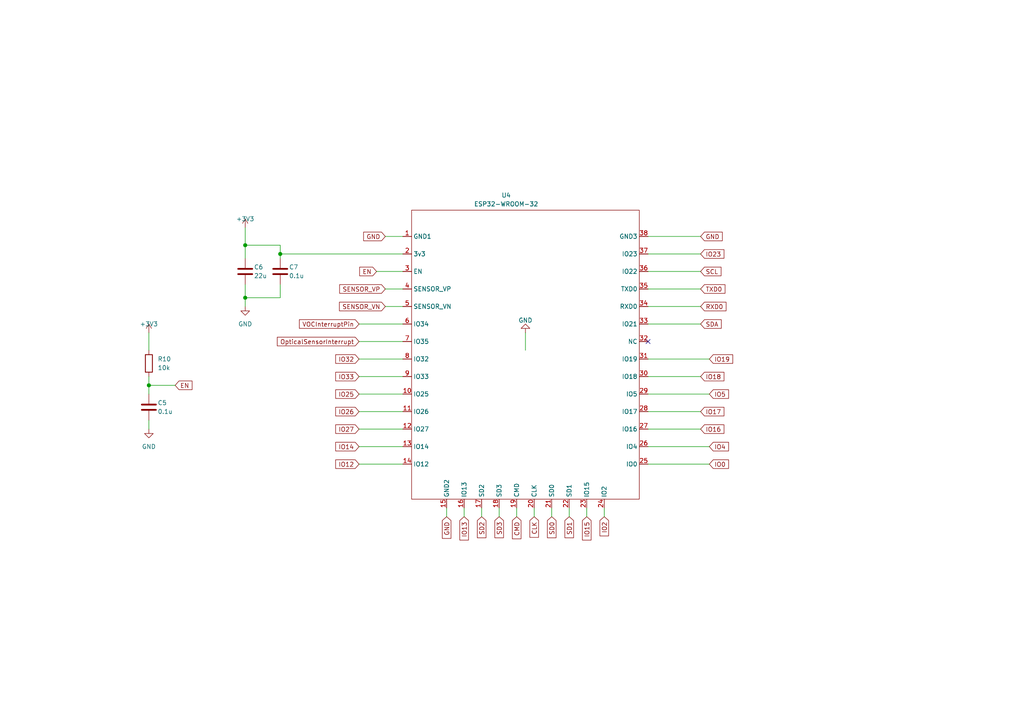
<source format=kicad_sch>
(kicad_sch (version 20210621) (generator eeschema)
  (paper "A4")
  (lib_symbols
    (symbol "Device:C" (pin_numbers hide) (pin_names (offset 0.254))
      (property "Reference" "C" (at 0.635 2.54 0))
      (property "Value" "C" (at 0.635 -2.54 0))
      (symbol "C_0_1"
        (polyline (pts (xy -2.032 -0.762) (xy 2.032 -0.762)) (stroke (width 0.508)))
        (polyline (pts (xy -2.032 0.762) (xy 2.032 0.762)) (stroke (width 0.508)))
      )
      (symbol "C_1_1"
        (pin passive line (at 0 3.81 270) (length 2.794) (name "~") (number "1"))
        (pin passive line (at 0 -3.81 90) (length 2.794) (name "~") (number "2"))
      )
    )
    (symbol "Device:R" (pin_numbers hide) (pin_names (offset 0))
      (property "Reference" "R" (at 2.032 0 90))
      (property "Value" "R" (at 0 0 90))
      (symbol "R_0_1"
        (rectangle (start -1.016 -2.54) (end 1.016 2.54) (stroke (width 0.254)))
      )
      (symbol "R_1_1"
        (pin passive line (at 0 3.81 270) (length 1.27) (name "~") (number "1"))
        (pin passive line (at 0 -3.81 90) (length 1.27) (name "~") (number "2"))
      )
    )
    (symbol "ESP32-WROOM-32:ESP32-WROOM-32"
      (property "Reference" "U4" (at -5.588 47.498 0))
      (property "Value" "ESP32-WROOM-32" (at -5.588 44.958 0))
      (symbol "ESP32-WROOM-32_0_1"
        (rectangle (start -33.02 43.18) (end 33.02 -40.64) (stroke (width 0.1524)))
      )
      (symbol "ESP32-WROOM-32_1_1"
        (pin bidirectional line (at -35.56 35.56 0) (length 2.54) (name "GND1") (number "1"))
        (pin bidirectional line (at 0 2.54 270) (length 2.54) hide (name "P_GND") (number "1.1"))
        (pin bidirectional line (at -35.56 -10.16 0) (length 2.54) (name "IO25") (number "10"))
        (pin bidirectional line (at -35.56 -15.24 0) (length 2.54) (name "IO26") (number "11"))
        (pin bidirectional line (at -35.56 -20.32 0) (length 2.54) (name "IO27") (number "12"))
        (pin bidirectional line (at -35.56 -25.4 0) (length 2.54) (name "IO14") (number "13"))
        (pin bidirectional line (at -35.56 -30.48 0) (length 2.54) (name "IO12") (number "14"))
        (pin bidirectional line (at -22.86 -43.18 90) (length 2.54) (name "GND2") (number "15"))
        (pin bidirectional line (at -17.78 -43.18 90) (length 2.54) (name "IO13") (number "16"))
        (pin bidirectional line (at -12.7 -43.18 90) (length 2.54) (name "SD2") (number "17"))
        (pin bidirectional line (at -7.62 -43.18 90) (length 2.54) (name "SD3") (number "18"))
        (pin bidirectional line (at -2.54 -43.18 90) (length 2.54) (name "CMD") (number "19"))
        (pin bidirectional line (at -35.56 30.48 0) (length 2.54) (name "3v3") (number "2"))
        (pin bidirectional line (at 2.54 -43.18 90) (length 2.54) (name "CLK") (number "20"))
        (pin bidirectional line (at 7.62 -43.18 90) (length 2.54) (name "SD0") (number "21"))
        (pin bidirectional line (at 12.7 -43.18 90) (length 2.54) (name "SD1") (number "22"))
        (pin bidirectional line (at 17.78 -43.18 90) (length 2.54) (name "IO15") (number "23"))
        (pin bidirectional line (at 22.86 -43.18 90) (length 2.54) (name "IO2") (number "24"))
        (pin bidirectional line (at 35.56 -30.48 180) (length 2.54) (name "IO0") (number "25"))
        (pin bidirectional line (at 35.56 -25.4 180) (length 2.54) (name "IO4") (number "26"))
        (pin bidirectional line (at 35.56 -20.32 180) (length 2.54) (name "IO16") (number "27"))
        (pin bidirectional line (at 35.56 -15.24 180) (length 2.54) (name "IO17") (number "28"))
        (pin bidirectional line (at 35.56 -10.16 180) (length 2.54) (name "IO5") (number "29"))
        (pin bidirectional line (at -35.56 25.4 0) (length 2.54) (name "EN") (number "3"))
        (pin bidirectional line (at 35.56 -5.08 180) (length 2.54) (name "IO18") (number "30"))
        (pin bidirectional line (at 35.56 0 180) (length 2.54) (name "IO19") (number "31"))
        (pin bidirectional line (at 35.56 5.08 180) (length 2.54) (name "NC") (number "32"))
        (pin bidirectional line (at 35.56 10.16 180) (length 2.54) (name "IO21") (number "33"))
        (pin bidirectional line (at 35.56 15.24 180) (length 2.54) (name "RXD0") (number "34"))
        (pin bidirectional line (at 35.56 20.32 180) (length 2.54) (name "TXD0") (number "35"))
        (pin bidirectional line (at 35.56 25.4 180) (length 2.54) (name "IO22") (number "36"))
        (pin bidirectional line (at 35.56 30.48 180) (length 2.54) (name "IO23") (number "37"))
        (pin bidirectional line (at 35.56 35.56 180) (length 2.54) (name "GND3") (number "38"))
        (pin bidirectional line (at -35.56 20.32 0) (length 2.54) (name "SENSOR_VP") (number "4"))
        (pin bidirectional line (at -35.56 15.24 0) (length 2.54) (name "SENSOR_VN") (number "5"))
        (pin bidirectional line (at -35.56 10.16 0) (length 2.54) (name "IO34") (number "6"))
        (pin bidirectional line (at -35.56 5.08 0) (length 2.54) (name "IO35") (number "7"))
        (pin bidirectional line (at -35.56 0 0) (length 2.54) (name "IO32") (number "8"))
        (pin bidirectional line (at -35.56 -5.08 0) (length 2.54) (name "IO33") (number "9"))
      )
    )
    (symbol "power:+3V3" (power) (pin_names (offset 0))
      (property "Value" "+3V3" (at 0 3.556 0))
      (symbol "+3V3_0_1"
        (polyline (pts (xy -0.762 1.27) (xy 0 2.54)))
        (polyline (pts (xy 0 0) (xy 0 2.54)))
        (polyline (pts (xy 0 2.54) (xy 0.762 1.27)))
      )
      (symbol "+3V3_1_1"
        (pin power_in line (at 0 0 90) (length 0) hide (name "+3V3") (number "1"))
      )
    )
    (symbol "power:GND" (power) (pin_names (offset 0))
      (property "Value" "GND" (at 0 -3.81 0))
      (symbol "GND_0_1"
        (polyline (pts (xy 0 0) (xy 0 -1.27) (xy 1.27 -1.27) (xy 0 -2.54) (xy -1.27 -1.27) (xy 0 -1.27)))
      )
      (symbol "GND_1_1"
        (pin power_in line (at 0 0 270) (length 0) hide (name "GND") (number "1"))
      )
    )
  )
  (junction (at 43.18 111.76) (diameter 1.016))
  (junction (at 71.12 71.12) (diameter 1.016))
  (junction (at 71.12 86.36) (diameter 1.016))
  (junction (at 81.28 73.66) (diameter 1.016))
  (no_connect (at 187.96 99.06))
  (wire (pts (xy 43.18 96.52) (xy 43.18 101.6)))
  (wire (pts (xy 43.18 109.22) (xy 43.18 111.76)))
  (wire (pts (xy 43.18 111.76) (xy 43.18 114.3)))
  (wire (pts (xy 43.18 111.76) (xy 50.8 111.76)))
  (wire (pts (xy 43.18 121.92) (xy 43.18 124.46)))
  (wire (pts (xy 71.12 66.04) (xy 71.12 71.12)))
  (wire (pts (xy 71.12 71.12) (xy 71.12 74.93)))
  (wire (pts (xy 71.12 82.55) (xy 71.12 86.36)))
  (wire (pts (xy 71.12 86.36) (xy 71.12 88.9)))
  (wire (pts (xy 81.28 71.12) (xy 71.12 71.12)))
  (wire (pts (xy 81.28 71.12) (xy 81.28 73.66)))
  (wire (pts (xy 81.28 73.66) (xy 81.28 74.93)))
  (wire (pts (xy 81.28 73.66) (xy 116.84 73.66)))
  (wire (pts (xy 81.28 82.55) (xy 81.28 86.36)))
  (wire (pts (xy 81.28 86.36) (xy 71.12 86.36)))
  (wire (pts (xy 104.14 93.98) (xy 116.84 93.98)))
  (wire (pts (xy 104.14 99.06) (xy 116.84 99.06)))
  (wire (pts (xy 104.14 104.14) (xy 116.84 104.14)))
  (wire (pts (xy 104.14 109.22) (xy 116.84 109.22)))
  (wire (pts (xy 104.14 114.3) (xy 116.84 114.3)))
  (wire (pts (xy 104.14 119.38) (xy 116.84 119.38)))
  (wire (pts (xy 104.14 124.46) (xy 116.84 124.46)))
  (wire (pts (xy 104.14 129.54) (xy 116.84 129.54)))
  (wire (pts (xy 104.14 134.62) (xy 116.84 134.62)))
  (wire (pts (xy 109.22 78.74) (xy 116.84 78.74)))
  (wire (pts (xy 111.76 68.58) (xy 116.84 68.58)))
  (wire (pts (xy 111.76 83.82) (xy 116.84 83.82)))
  (wire (pts (xy 111.76 88.9) (xy 116.84 88.9)))
  (wire (pts (xy 129.54 147.32) (xy 129.54 149.86)))
  (wire (pts (xy 134.62 147.32) (xy 134.62 149.86)))
  (wire (pts (xy 139.7 147.32) (xy 139.7 149.86)))
  (wire (pts (xy 144.78 147.32) (xy 144.78 149.86)))
  (wire (pts (xy 149.86 147.32) (xy 149.86 149.86)))
  (wire (pts (xy 152.4 96.52) (xy 152.4 101.6)))
  (wire (pts (xy 154.94 147.32) (xy 154.94 149.86)))
  (wire (pts (xy 160.02 147.32) (xy 160.02 149.86)))
  (wire (pts (xy 165.1 147.32) (xy 165.1 149.86)))
  (wire (pts (xy 170.18 147.32) (xy 170.18 149.86)))
  (wire (pts (xy 175.26 147.32) (xy 175.26 149.86)))
  (wire (pts (xy 187.96 68.58) (xy 203.2 68.58)))
  (wire (pts (xy 187.96 73.66) (xy 203.2 73.66)))
  (wire (pts (xy 187.96 78.74) (xy 203.2 78.74)))
  (wire (pts (xy 187.96 83.82) (xy 203.2 83.82)))
  (wire (pts (xy 187.96 88.9) (xy 203.2 88.9)))
  (wire (pts (xy 187.96 93.98) (xy 203.2 93.98)))
  (wire (pts (xy 187.96 104.14) (xy 205.74 104.14)))
  (wire (pts (xy 187.96 109.22) (xy 203.2 109.22)))
  (wire (pts (xy 187.96 114.3) (xy 205.74 114.3)))
  (wire (pts (xy 187.96 119.38) (xy 203.2 119.38)))
  (wire (pts (xy 187.96 124.46) (xy 203.2 124.46)))
  (wire (pts (xy 187.96 129.54) (xy 205.74 129.54)))
  (wire (pts (xy 187.96 134.62) (xy 205.74 134.62)))
  (global_label "EN" (shape input) (at 50.8 111.76 0) (property "Intersheet References" "${INTERSHEET_REFS}" (effects hide)))
  (global_label "VOCInterruptPin" (shape input) (at 104.14 93.98 180) (property "Intersheet References" "${INTERSHEET_REFS}" (effects hide)))
  (global_label "OpticalSensorInterrupt" (shape input) (at 104.14 99.06 180) (property "Intersheet References" "${INTERSHEET_REFS}" (effects hide)))
  (global_label "IO32" (shape input) (at 104.14 104.14 180) (property "Intersheet References" "${INTERSHEET_REFS}" (effects hide)))
  (global_label "IO33" (shape input) (at 104.14 109.22 180) (property "Intersheet References" "${INTERSHEET_REFS}" (effects hide)))
  (global_label "IO25" (shape input) (at 104.14 114.3 180) (property "Intersheet References" "${INTERSHEET_REFS}" (effects hide)))
  (global_label "IO26" (shape input) (at 104.14 119.38 180) (property "Intersheet References" "${INTERSHEET_REFS}" (effects hide)))
  (global_label "IO27" (shape input) (at 104.14 124.46 180) (property "Intersheet References" "${INTERSHEET_REFS}" (effects hide)))
  (global_label "IO14" (shape input) (at 104.14 129.54 180) (property "Intersheet References" "${INTERSHEET_REFS}" (effects hide)))
  (global_label "IO12" (shape input) (at 104.14 134.62 180) (property "Intersheet References" "${INTERSHEET_REFS}" (effects hide)))
  (global_label "EN" (shape input) (at 109.22 78.74 180) (property "Intersheet References" "${INTERSHEET_REFS}" (effects hide)))
  (global_label "GND" (shape input) (at 111.76 68.58 180) (property "Intersheet References" "${INTERSHEET_REFS}" (effects hide)))
  (global_label "SENSOR_VP" (shape input) (at 111.76 83.82 180) (property "Intersheet References" "${INTERSHEET_REFS}" (effects hide)))
  (global_label "SENSOR_VN" (shape input) (at 111.76 88.9 180) (property "Intersheet References" "${INTERSHEET_REFS}" (effects hide)))
  (global_label "GND" (shape input) (at 129.54 149.86 270) (property "Intersheet References" "${INTERSHEET_REFS}" (effects hide)))
  (global_label "IO13" (shape input) (at 134.62 149.86 270) (property "Intersheet References" "${INTERSHEET_REFS}" (effects hide)))
  (global_label "SD2" (shape input) (at 139.7 149.86 270) (property "Intersheet References" "${INTERSHEET_REFS}" (effects hide)))
  (global_label "SD3" (shape input) (at 144.78 149.86 270) (property "Intersheet References" "${INTERSHEET_REFS}" (effects hide)))
  (global_label "CMD" (shape input) (at 149.86 149.86 270) (property "Intersheet References" "${INTERSHEET_REFS}" (effects hide)))
  (global_label "CLK" (shape input) (at 154.94 149.86 270) (property "Intersheet References" "${INTERSHEET_REFS}" (effects hide)))
  (global_label "SD0" (shape input) (at 160.02 149.86 270) (property "Intersheet References" "${INTERSHEET_REFS}" (effects hide)))
  (global_label "SD1" (shape input) (at 165.1 149.86 270) (property "Intersheet References" "${INTERSHEET_REFS}" (effects hide)))
  (global_label "IO15" (shape input) (at 170.18 149.86 270) (property "Intersheet References" "${INTERSHEET_REFS}" (effects hide)))
  (global_label "IO2" (shape input) (at 175.26 149.86 270) (property "Intersheet References" "${INTERSHEET_REFS}" (effects hide)))
  (global_label "GND" (shape input) (at 203.2 68.58 0) (property "Intersheet References" "${INTERSHEET_REFS}" (effects hide)))
  (global_label "IO23" (shape input) (at 203.2 73.66 0) (property "Intersheet References" "${INTERSHEET_REFS}" (effects hide)))
  (global_label "SCL" (shape input) (at 203.2 78.74 0) (property "Intersheet References" "${INTERSHEET_REFS}" (effects hide)))
  (global_label "TXD0" (shape input) (at 203.2 83.82 0) (property "Intersheet References" "${INTERSHEET_REFS}" (effects hide)))
  (global_label "RXD0" (shape input) (at 203.2 88.9 0) (property "Intersheet References" "${INTERSHEET_REFS}" (effects hide)))
  (global_label "SDA" (shape input) (at 203.2 93.98 0) (property "Intersheet References" "${INTERSHEET_REFS}" (effects hide)))
  (global_label "IO18" (shape input) (at 203.2 109.22 0) (property "Intersheet References" "${INTERSHEET_REFS}" (effects hide)))
  (global_label "IO17" (shape input) (at 203.2 119.38 0) (property "Intersheet References" "${INTERSHEET_REFS}" (effects hide)))
  (global_label "IO16" (shape input) (at 203.2 124.46 0) (property "Intersheet References" "${INTERSHEET_REFS}" (effects hide)))
  (global_label "IO19" (shape input) (at 205.74 104.14 0) (property "Intersheet References" "${INTERSHEET_REFS}" (effects hide)))
  (global_label "IO5" (shape input) (at 205.74 114.3 0) (property "Intersheet References" "${INTERSHEET_REFS}" (effects hide)))
  (global_label "IO4" (shape input) (at 205.74 129.54 0) (property "Intersheet References" "${INTERSHEET_REFS}" (effects hide)))
  (global_label "IO0" (shape input) (at 205.74 134.62 0) (property "Intersheet References" "${INTERSHEET_REFS}" (effects hide)))
  (symbol (lib_id "power:+3V3") (at 43.18 96.52 0) (unit 1)
    (property "Reference" "#PWR0121" (effects hide))
    (property "Value" "+3V3" (at 43.18 93.98 0))
  )
  (symbol (lib_id "power:+3V3") (at 71.12 66.04 0) (unit 1)
    (property "Reference" "#PWR0119" (effects hide))
    (property "Value" "+3V3" (at 71.12 63.5 0))
  )
  (symbol (lib_id "power:GND") (at 43.18 124.46 0) (unit 1)
    (property "Reference" "#PWR0120" (effects hide))
    (property "Value" "GND" (at 43.18 129.54 0))
  )
  (symbol (lib_id "power:GND") (at 71.12 88.9 0) (unit 1)
    (property "Reference" "#PWR0118" (effects hide))
    (property "Value" "GND" (at 71.12 93.98 0))
  )
  (symbol (lib_id "power:GND") (at 152.4 96.52 180) (unit 1)
    (property "Reference" "#PWR0150" (effects hide))
    (property "Value" "GND" (at 152.4 92.9154 0))
  )
  (symbol (lib_id "Device:R") (at 43.18 105.41 0) (unit 1)
    (property "Reference" "R10" (at 45.72 104.14 0) (effects (justify left)))
    (property "Value" "10k" (at 45.72 106.68 0) (effects (justify left)))
    (property "Footprint" "Resistor_SMD:R_0603_1608Metric_Pad0.98x0.95mm_HandSolder" (effects hide))
  )
  (symbol (lib_id "Device:C") (at 43.18 118.11 0) (unit 1)
    (property "Reference" "C5" (at 45.72 116.84 0) (effects (justify left)))
    (property "Value" "0.1u" (at 45.72 119.38 0) (effects (justify left)))
    (property "Footprint" "Capacitor_SMD:C_0603_1608Metric" (effects hide))
  )
  (symbol (lib_id "Device:C") (at 71.12 78.74 0) (unit 1)
    (property "Reference" "C6" (at 73.66 77.47 0) (effects (justify left)))
    (property "Value" "22u" (at 73.66 80.01 0) (effects (justify left)))
    (property "Footprint" "Capacitor_SMD:C_0603_1608Metric" (effects hide))
  )
  (symbol (lib_id "Device:C") (at 81.28 78.74 0) (unit 1)
    (property "Reference" "C7" (at 83.82 77.47 0) (effects (justify left)))
    (property "Value" "0.1u" (at 83.82 80.01 0) (effects (justify left)))
    (property "Footprint" "Capacitor_SMD:C_0603_1608Metric" (effects hide))
  )
  (symbol (lib_id "ESP32-WROOM-32:ESP32-WROOM-32") (at 152.4 104.14 0) (unit 1)
    (property "Reference" "U4" (at 146.812 56.642 0))
    (property "Value" "ESP32-WROOM-32" (at 146.812 59.182 0))
    (property "Footprint" "ESP32-WROOM-32:MODULE_ESP-WROOM-32" (effects hide))
  )
)
</source>
